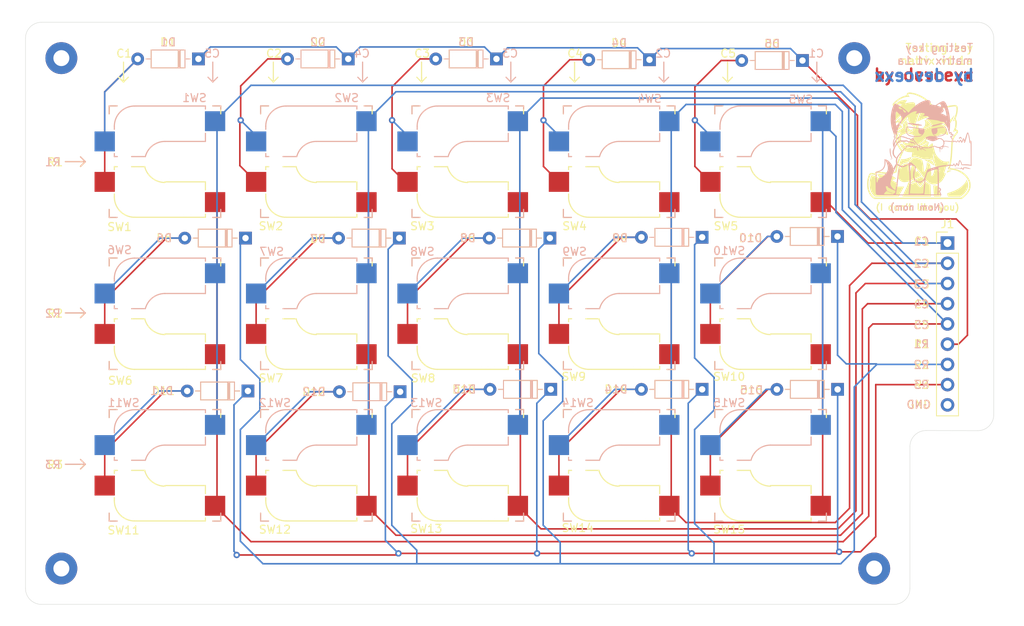
<source format=kicad_pcb>
(kicad_pcb (version 20241229) (generator "pcbnew") (generator_version "9.0")
  (layers (0 "F.Cu" signal) (4 "In1.Cu" signal) (6 "In2.Cu" signal) (2 "B.Cu" signal) (13 "F.Paste" user) (15 "B.Paste" user) (5 "F.SilkS" user "F.Silkscreen") (7 "B.SilkS" user "B.Silkscreen") (1 "F.Mask" user) (3 "B.Mask" user) (25 "Edge.Cuts" user))
  (net 0 "")
  (net 1 "Net-(D1-A)")
  (net 2 "row1")
  (net 3 "Net-(D2-A)")
  (net 4 "Net-(D3-A)")
  (net 5 "Net-(D4-A)")
  (net 6 "Net-(D5-A)")
  (net 7 "row2")
  (net 8 "Net-(D6-A)")
  (net 9 "Net-(D7-A)")
  (net 10 "Net-(D8-A)")
  (net 11 "Net-(D9-A)")
  (net 12 "Net-(D10-A)")
  (net 13 "Net-(D11-A)")
  (net 14 "row3")
  (net 15 "Net-(D12-A)")
  (net 16 "Net-(D13-A)")
  (net 17 "Net-(D14-A)")
  (net 18 "Net-(D15-A)")
  (net 19 "col3")
  (net 20 "col5")
  (net 21 "col1")
  (net 22 "col2")
  (net 23 "col4")
  (net 24 "GND")
  (footprint "TestingSplitKb:D_DO-35_SOD27_P7.62mm_Horizontal_BothSides" (layer "F.Cu") (at 170 37.3 180)
    (property "Reference" "D5")
    (property "Value" "1N4148")
  )
  (footprint "" (layer "F.Cu") (at 77 101.1 90)
    (property "Reference" "")
    (property "Value" "")
  )
  (footprint "TestingSplitKb:Kailh_socket_MX_reversible" (layer "F.Cu") (at 90 88.14)
    (property "Reference" "SW11")
    (property "Value" "SW_Push_Dual")
  )
  (footprint "TestingSplitKb:Kailh_socket_MX_reversible" (layer "F.Cu") (at 166 88.14)
    (property "Reference" "SW15")
    (property "Value" "SW_Push_Dual")
  )
  (footprint "TestingSplitKb:TigerBite" (layer "F.Cu") (at 185.2 48.2)
    (property "Reference" "G***" (hide yes))
    (property "Value" "LOGO" (hide yes))
  )
  (footprint "TestingSplitKb:Kailh_socket_MX_reversible" (layer "F.Cu") (at 90 50)
    (property "Reference" "SW1")
    (property "Value" "SW_Push_Dual")
  )
  (footprint "TestingSplitKb:Kailh_socket_MX_reversible" (layer "F.Cu") (at 166 50)
    (property "Reference" "SW5")
    (property "Value" "SW_Push_Dual")
  )
  (footprint "TestingSplitKb:Kailh_socket_MX_reversible" (layer "F.Cu") (at 109 50)
    (property "Reference" "SW2")
    (property "Value" "SW_Push_Dual")
  )
  (footprint "TestingSplitKb:D_DO-35_SOD27_P7.62mm_Horizontal_BothSides" (layer "F.Cu") (at 100.11 59.6 180)
    (property "Reference" "D6")
    (property "Value" "1N4148")
  )
  (footprint "TestingSplitKb:D_DO-35_SOD27_P7.62mm_Horizontal_BothSides" (layer "F.Cu") (at 119.41 59.6 180)
    (property "Reference" "D7")
    (property "Value" "1N4148")
  )
  (footprint "TestingSplitKb:D_DO-35_SOD27_P7.62mm_Horizontal_BothSides" (layer "F.Cu") (at 157.41 78.6 180)
    (property "Reference" "D14")
    (property "Value" "1N4148")
  )
  (footprint "TestingSplitKb:Kailh_socket_MX_reversible" (layer "F.Cu") (at 147 69.1)
    (property "Reference" "SW9")
    (property "Value" "SW_Push_Dual")
  )
  (footprint "TestingSplitKb:Kailh_socket_MX_reversible" (layer "F.Cu") (at 147 88.14)
    (property "Reference" "SW14")
    (property "Value" "SW_Push_Dual")
  )
  (footprint "TestingSplitKb:D_DO-35_SOD27_P7.62mm_Horizontal_BothSides" (layer "F.Cu") (at 150.8 37.2 180)
    (property "Reference" "D4")
    (property "Value" "1N4148")
  )
  (footprint "TestingSplitKb:D_DO-35_SOD27_P7.62mm_Horizontal_BothSides" (layer "F.Cu") (at 138.3 59.6 180)
    (property "Reference" "D8")
    (property "Value" "1N4148")
  )
  (footprint "TestingSplitKb:Kailh_socket_MX_reversible" (layer "F.Cu") (at 147 50)
    (property "Reference" "SW4")
    (property "Value" "SW_Push_Dual")
  )
  (footprint "TestingSplitKb:Kailh_socket_MX_reversible" (layer "F.Cu") (at 90 69.1)
    (property "Reference" "SW6")
    (property "Value" "SW_Push_Dual")
  )
  (footprint "TestingSplitKb:D_DO-35_SOD27_P7.62mm_Horizontal_BothSides" (layer "F.Cu") (at 157.41 59.5 180)
    (property "Reference" "D9")
    (property "Value" "1N4148")
  )
  (footprint "TestingSplitKb:Kailh_socket_MX_reversible" (layer "F.Cu") (at 128 69.1)
    (property "Reference" "SW8")
    (property "Value" "SW_Push_Dual")
  )
  (footprint "TestingSplitKb:Kailh_socket_MX_reversible" (layer "F.Cu") (at 109 69.1)
    (property "Reference" "SW7")
    (property "Value" "SW_Push_Dual")
  )
  (footprint "" (layer "F.Cu") (at 176.5 37)
    (property "Reference" "")
    (property "Value" "")
  )
  (footprint "TestingSplitKb:Kailh_socket_MX_reversible" (layer "F.Cu") (at 166 69.1)
    (property "Reference" "SW10")
    (property "Value" "SW_Push_Dual")
  )
  (footprint "" (layer "F.Cu") (at 179 101.1 180)
    (property "Reference" "")
    (property "Value" "")
  )
  (footprint "TestingSplitKb:D_DO-35_SOD27_P7.62mm_Horizontal_BothSides" (layer "F.Cu") (at 131.6 37.1 180)
    (property "Reference" "D3")
    (property "Value" "1N4148")
  )
  (footprint "TestingSplitKb:D_DO-35_SOD27_P7.62mm_Horizontal_BothSides" (layer "F.Cu") (at 119.51 78.9 180)
    (property "Reference" "D12")
    (property "Value" "1N4148")
  )
  (footprint "TestingSplitKb:Alasca" (layer "F.Cu") (at 184.6 48)
    (property "Reference" "G***" (hide yes))
    (property "Value" "LOGO" (hide yes))
  )
  (footprint "" (layer "F.Cu") (at 77 37 90)
    (property "Reference" "")
    (property "Value" "")
  )
  (footprint "Connector_PinHeader_2.54mm:PinHeader_1x09_P2.54mm_Vertical" (layer "F.Cu") (at 188.2 60.225)
    (property "Reference" "J1")
    (property "Value" "Conn_01x09_Pin")
  )
  (footprint "TestingSplitKb:Kailh_socket_MX_reversible" (layer "F.Cu") (at 128 88.14)
    (property "Reference" "SW13")
    (property "Value" "SW_Push_Dual")
  )
  (footprint "TestingSplitKb:D_DO-35_SOD27_P7.62mm_Horizontal_BothSides" (layer "F.Cu") (at 100.41 78.8 180)
    (property "Reference" "D11")
    (property "Value" "1N4148")
  )
  (footprint "TestingSplitKb:D_DO-35_SOD27_P7.62mm_Horizontal_BothSides" (layer "F.Cu") (at 94.2 37.1 180)
    (property "Reference" "D1")
    (property "Value" "1N4148")
  )
  (footprint "TestingSplitKb:D_DO-35_SOD27_P7.62mm_Horizontal_BothSides" (layer "F.Cu") (at 174.41 78.6 180)
    (property "Reference" "D15")
    (property "Value" "1N4148")
  )
  (footprint "TestingSplitKb:Kailh_socket_MX_reversible" (layer "F.Cu") (at 109 88.14)
    (property "Reference" "SW12")
    (property "Value" "SW_Push_Dual")
  )
  (footprint "TestingSplitKb:D_DO-35_SOD27_P7.62mm_Horizontal_BothSides" (layer "F.Cu") (at 138.41 78.6 180)
    (property "Reference" "D13")
    (property "Value" "1N4148")
  )
  (footprint "TestingSplitKb:D_DO-35_SOD27_P7.62mm_Horizontal_BothSides" (layer "F.Cu") (at 113 37.1 180)
    (property "Reference" "D2")
    (property "Value" "1N4148")
  )
  (footprint "TestingSplitKb:D_DO-35_SOD27_P7.62mm_Horizontal_BothSides" (layer "F.Cu") (at 174.4 59.4 180)
    (property "Reference" "D10")
    (property "Value" "1N4148")
  )
  (footprint "TestingSplitKb:Kailh_socket_MX_reversible" (layer "F.Cu") (at 128 50)
    (property "Reference" "SW3")
    (property "Value" "SW_Push_Dual")
  )
  (gr_line (start 84.8 37.5) (end 84.8 40) (stroke (width 0.15)) (layer "F.SilkS"))
  (gr_line (start 79.4 69) (end 80 69) (stroke (width 0.15)) (layer "F.SilkS"))
  (gr_line (start 141.4 37.5) (end 141.4 40) (stroke (width 0.15)) (layer "F.SilkS"))
  (gr_line (start 79.4 69) (end 80 69) (stroke (width 0.15)) (layer "F.SilkS"))
  (gr_line (start 84.8 39.4) (end 84.8 40) (stroke (width 0.15)) (layer "F.SilkS"))
  (gr_line (start 141.4 40) (end 142 39.4) (stroke (width 0.15)) (layer "F.SilkS"))
  (gr_line (start 79.4 50) (end 80 50) (stroke (width 0.15)) (layer "F.SilkS"))
  (gr_line (start 141.4 40) (end 140.8 39.4) (stroke (width 0.15)) (layer "F.SilkS"))
  (gr_line (start 84.8 40) (end 84.2 39.4) (stroke (width 0.15)) (layer "F.SilkS"))
  (gr_line (start 121.6 39.4) (end 122.2 40) (stroke (width 0.15)) (layer "F.SilkS"))
  (gr_line (start 79.4 50) (end 80 50) (stroke (width 0.15)) (layer "F.SilkS"))
  (gr_line (start 79.4 50.6) (end 80 50) (stroke (width 0.15)) (layer "F.SilkS"))
  (gr_line (start 79.4 88.6) (end 80 88) (stroke (width 0.15)) (layer "F.SilkS"))
  (gr_line (start 79.4 88) (end 80 88) (stroke (width 0.15)) (layer "F.SilkS"))
  (gr_line (start 79.4 50.6) (end 80 50) (stroke (width 0.15)) (layer "F.SilkS"))
  (gr_line (start 80 50) (end 79.4 50.6) (stroke (width 0.15)) (layer "F.SilkS"))
  (gr_line (start 79.4 69.6) (end 80 69) (stroke (width 0.15)) (layer "F.SilkS"))
  (gr_line (start 79.4 88) (end 80 88) (stroke (width 0.15)) (layer "F.SilkS"))
  (gr_line (start 84.8 39.4) (end 84.8 40) (stroke (width 0.15)) (layer "F.SilkS"))
  (gr_line (start 122.2 40) (end 122.8 39.4) (stroke (width 0.15)) (layer "F.SilkS"))
  (gr_line (start 77.5 69) (end 80 69) (stroke (width 0.15)) (layer "F.SilkS"))
  (gr_line (start 122.2 39.4) (end 122.2 40) (stroke (width 0.15)) (layer "F.SilkS"))
  (gr_line (start 80 88) (end 79.4 88.6) (stroke (width 0.15)) (layer "F.SilkS"))
  (gr_line (start 84.8 40) (end 85.4 39.4) (stroke (width 0.15)) (layer "F.SilkS"))
  (gr_line (start 80 88) (end 79.4 87.4) (stroke (width 0.15)) (layer "F.SilkS"))
  (gr_line (start 80 50) (end 79.4 49.4) (stroke (width 0.15)) (layer "F.SilkS"))
  (gr_line (start 80 50) (end 79.4 50.6) (stroke (width 0.15)) (layer "F.SilkS"))
  (gr_line (start 79.4 50) (end 80 50) (stroke (width 0.15)) (layer "F.SilkS"))
  (gr_line (start 80 69) (end 79.4 68.4) (stroke (width 0.15)) (layer "F.SilkS"))
  (gr_line (start 84.8 40) (end 84.2 39.4) (stroke (width 0.15)) (layer "F.SilkS"))
  (gr_line (start 80 69) (end 79.4 69.6) (stroke (width 0.15)) (layer "F.SilkS"))
  (gr_line (start 80 69) (end 79.4 69.6) (stroke (width 0.15)) (layer "F.SilkS"))
  (gr_line (start 80 50) (end 79.4 50.6) (stroke (width 0.15)) (layer "F.SilkS"))
  (gr_line (start 160 39.4) (end 160.6 40) (stroke (width 0.15)) (layer "F.SilkS"))
  (gr_line (start 103.6 40) (end 104.2 39.4) (stroke (width 0.15)) (layer "F.SilkS"))
  (gr_line (start 77.5 50) (end 80 50) (stroke (width 0.15)) (layer "F.SilkS"))
  (gr_line (start 80 88) (end 79.4 88.6) (stroke (width 0.15)) (layer "F.SilkS"))
  (gr_line (start 84.2 39.4) (end 84.8 40) (stroke (width 0.15)) (layer "F.SilkS"))
  (gr_line (start 160.6 40) (end 161.2 39.4) (stroke (width 0.15)) (layer "F.SilkS"))
  (gr_line (start 103 39.4) (end 103.6 40) (stroke (width 0.15)) (layer "F.SilkS"))
  (gr_line (start 160.6 37.5) (end 160.6 40) (stroke (width 0.15)) (layer "F.SilkS"))
  (gr_line (start 103.6 37.5) (end 103.6 40) (stroke (width 0.15)) (layer "F.SilkS"))
  (gr_line (start 77.5 88) (end 80 88) (stroke (width 0.15)) (layer "F.SilkS"))
  (gr_line (start 79.4 50) (end 80 50) (stroke (width 0.15)) (layer "F.SilkS"))
  (gr_line (start 122.2 37.5) (end 122.2 40) (stroke (width 0.15)) (layer "F.SilkS"))
  (gr_line (start 171.8 37.5) (end 171.8 40) (stroke (width 0.15)) (layer "B.SilkS"))
  (gr_line (start 114.8 40) (end 115.4 39.4) (stroke (width 0.15)) (layer "B.SilkS"))
  (gr_line (start 152 39.4) (end 152.6 40) (stroke (width 0.15)) (layer "B.SilkS"))
  (gr_line (start 114.2 39.4) (end 114.8 40) (stroke (width 0.15)) (layer "B.SilkS"))
  (gr_line (start 80 69) (end 79.4 69.6) (stroke (width 0.15)) (layer "B.SilkS"))
  (gr_line (start 114.8 37.5) (end 114.8 40) (stroke (width 0.15)) (layer "B.SilkS"))
  (gr_line (start 80 69) (end 79.4 68.4) (stroke (width 0.15)) (layer "B.SilkS"))
  (gr_line (start 80 88) (end 79.4 87.4) (stroke (width 0.15)) (layer "B.SilkS"))
  (gr_line (start 77.5 88) (end 80 88) (stroke (width 0.15)) (layer "B.SilkS"))
  (gr_line (start 152.6 37.5) (end 152.6 40) (stroke (width 0.15)) (layer "B.SilkS"))
  (gr_line (start 133.4 37.5) (end 133.4 40) (stroke (width 0.15)) (layer "B.SilkS"))
  (gr_line (start 96 40) (end 96.6 39.4) (stroke (width 0.15)) (layer "B.SilkS"))
  (gr_line (start 80 50) (end 79.4 49.4) (stroke (width 0.15)) (layer "B.SilkS"))
  (gr_line (start 96 37.5) (end 96 40) (stroke (width 0.15)) (layer "B.SilkS"))
  (gr_line (start 95.4 39.4) (end 96 40) (stroke (width 0.15)) (layer "B.SilkS"))
  (gr_line (start 171.8 40) (end 172.4 39.4) (stroke (width 0.15)) (layer "B.SilkS"))
  (gr_line (start 77.5 50) (end 80 50) (stroke (width 0.15)) (layer "B.SilkS"))
  (gr_line (start 80 88) (end 79.4 88.6) (stroke (width 0.15)) (layer "B.SilkS"))
  (gr_line (start 80 50) (end 79.4 50.6) (stroke (width 0.15)) (layer "B.SilkS"))
  (gr_line (start 132.8 39.4) (end 133.4 40) (stroke (width 0.15)) (layer "B.SilkS"))
  (gr_line (start 171.2 39.4) (end 171.8 40) (stroke (width 0.15)) (layer "B.SilkS"))
  (gr_line (start 152.6 40) (end 153.2 39.4) (stroke (width 0.15)) (layer "B.SilkS"))
  (gr_line (start 77.5 69) (end 80 69) (stroke (width 0.15)) (layer "B.SilkS"))
  (gr_line (start 133.4 40) (end 134 39.4) (stroke (width 0.15)) (layer "B.SilkS"))
  (gr_line (start 72.5 34.5) (end 72.500001 103.6) (stroke (width 0.05)) (layer "Edge.Cuts"))
  (gr_line (start 183.485786 85.785788) (end 183.485786 103.6) (stroke (width 0.05)) (layer "Edge.Cuts"))
  (gr_arc (start 183.485786 85.785788) (mid 184.075735 84.361523) (end 185.5 83.771572) (stroke (width 0.05)) (layer "Edge.Cuts"))
  (gr_arc (start 72.5 34.5) (mid 73.085786 33.085786) (end 74.5 32.5) (stroke (width 0.05)) (layer "Edge.Cuts"))
  (gr_line (start 175.5 32.5) (end 192 32.5) (stroke (width 0.05)) (layer "Edge.Cuts"))
  (gr_arc (start 74.5 105.6) (mid 73.085787 105.014214) (end 72.500001 103.600001) (stroke (width 0.05)) (layer "Edge.Cuts"))
  (gr_arc (start 194 81.785786) (mid 193.414214 83.2) (end 192.000001 83.785787) (stroke (width 0.05)) (layer "Edge.Cuts"))
  (gr_line (start 74.5 32.5) (end 175.5 32.5) (stroke (width 0.05)) (layer "Edge.Cuts"))
  (gr_line (start 194 34.5) (end 194 81.785786) (stroke (width 0.05)) (layer "Edge.Cuts"))
  (gr_arc (start 183.485786 103.6) (mid 182.9 105.014214) (end 181.485786 105.6) (stroke (width 0.05)) (layer "Edge.Cuts"))
  (gr_line (start 185.5 83.771572) (end 191.992789 83.785787) (stroke (width 0.05)) (layer "Edge.Cuts"))
  (gr_line (start 74.5 105.6) (end 181.485786 105.6) (stroke (width 0.05)) (layer "Edge.Cuts"))
  (gr_arc (start 192 32.5) (mid 193.414214 33.085786) (end 194.000001 34.499999) (stroke (width 0.05)) (layer "Edge.Cuts"))
  (gr_text "by devcexx" (at 178.8 40 0) (layer "F.Cu") (effects (font (size 1.5 1.5) (thickness 0.3) (bold yes)) (justify left bottom)))
  (gr_text "by devcexx" (at 191.7 38.3 0) (layer "B.Cu") (effects (font (size 1.5 1.5) (thickness 0.3) (bold yes)) (justify left top mirror)))
  (gr_text "R2" (at 75.15 69.65 0) (layer "F.SilkS") (effects (font (size 1 1)) (justify left bottom)))
  (gr_text "R3" (at 75.15 88.65 0) (layer "F.SilkS") (effects (font (size 1 1)) (justify left bottom)))
  (gr_text "Testing key\nmatrix v1.1a" (at 191.5 37.9 0) (layer "F.SilkS") (effects (font (size 1 1)) (justify right bottom)))
  (gr_text "C2" (at 183.9 63.4 0) (layer "F.SilkS") (effects (font (size 1 1)) (justify left bottom)))
  (gr_text "R1" (at 75.15 50.65 0) (layer "F.SilkS") (effects (font (size 1 1)) (justify left bottom)))
  (gr_text "R2" (at 183.9 76.1 0) (layer "F.SilkS") (effects (font (size 1 1)) (justify left bottom)))
  (gr_text "R3" (at 183.9 78.6 0) (layer "F.SilkS") (effects (font (size 1 1)) (justify left bottom)))
  (gr_text "C3" (at 121.2 37 0) (layer "F.SilkS") (effects (font (size 1 1)) (justify left bottom)))
  (gr_text "C1" (at 83.8 37 0) (layer "F.SilkS") (effects (font (size 1 1)) (justify left bottom)))
  (gr_text "C1" (at 183.9 60.6 0) (layer "F.SilkS") (effects (font (size 1 1)) (justify left bottom)))
  (gr_text "C5" (at 159.6 37 0) (layer "F.SilkS") (effects (font (size 1 1)) (justify left bottom)))
  (gr_text "C3" (at 183.9 66 0) (layer "F.SilkS") (effects (font (size 1 1)) (justify left bottom)))
  (gr_text "C4" (at 183.9 68.5 0) (layer "F.SilkS") (effects (font (size 1 1)) (justify left bottom)))
  (gr_text "(I don't like you)" (at 179.1 56.2 0) (layer "F.SilkS") (effects (font (size 0.8 0.8) (thickness 0.15) (bold yes)) (justify left bottom)))
  (gr_text "R1" (at 183.9 73.5 0) (layer "F.SilkS") (effects (font (size 1 1)) (justify left bottom)))
  (gr_text "C5" (at 183.9 71.1 0) (layer "F.SilkS") (effects (font (size 1 1)) (justify left bottom)))
  (gr_text "GND" (at 183 81.1 0) (layer "F.SilkS") (effects (font (size 1 1)) (justify left bottom)))
  (gr_text "C4" (at 140.4 37 0) (layer "F.SilkS") (effects (font (size 1 1)) (justify left bottom)))
  (gr_text "C2" (at 102.6 37 0) (layer "F.SilkS") (effects (font (size 1 1)) (justify left bottom)))
  (gr_text "R1" (at 77 50.65 0) (layer "B.SilkS") (effects (font (size 1 1)) (justify left bottom mirror)))
  (gr_text "GND" (at 186.2 81.1 0) (layer "B.SilkS") (effects (font (size 1 1)) (justify left bottom mirror)))
  (gr_text "C1" (at 172.8 37 0) (layer "B.SilkS") (effects (font (size 1 1)) (justify left bottom mirror)))
  (gr_text "R2" (at 77 69.65 0) (layer "B.SilkS") (effects (font (size 1 1)) (justify left bottom mirror)))
  (gr_text "C5" (at 186 71.1 0) (layer "B.SilkS") (effects (font (size 1 1)) (justify left bottom mirror)))
  (gr_text "(Nom nom)" (at 184.4 56.2 0) (layer "B.SilkS") (effects (font (size 0.8 0.8)) (justify bottom mirror)))
  (gr_text "R3" (at 186 78.6 0) (layer "B.SilkS") (effects (font (size 1 1)) (justify left bottom mirror)))
  (gr_text "C4" (at 186 68.5 0) (layer "B.SilkS") (effects (font (size 1 1)) (justify left bottom mirror)))
  (gr_text "C4" (at 115.8 37 0) (layer "B.SilkS") (effects (font (size 1 1)) (justify left bottom mirror)))
  (gr_text "R1" (at 186 73.5 0) (layer "B.SilkS") (effects (font (size 1 1)) (justify left bottom mirror)))
  (gr_text "R2" (at 186 76.1 0) (layer "B.SilkS") (effects (font (size 1 1)) (justify left bottom mirror)))
  (gr_text "Testing key\nmatrix v1.1a" (at 191.5 37.9 0) (layer "B.SilkS") (effects (font (size 1 1)) (justify left bottom mirror)))
  (gr_text "C3" (at 134.4 37 0) (layer "B.SilkS") (effects (font (size 1 1)) (justify left bottom mirror)))
  (gr_text "C3" (at 186 66 0) (layer "B.SilkS") (effects (font (size 1 1)) (justify left bottom mirror)))
  (gr_text "C2" (at 153.6 37 0) (layer "B.SilkS") (effects (font (size 1 1)) (justify left bottom mirror)))
  (gr_text "C1" (at 186 60.6 0) (layer "B.SilkS") (effects (font (size 1 1)) (justify left bottom mirror)))
  (gr_text "C2" (at 186 63.4 0) (layer "B.SilkS") (effects (font (size 1 1)) (justify left bottom mirror)))
  (gr_text "C5" (at 97 37 0) (layer "B.SilkS") (effects (font (size 1 1)) (justify left bottom mirror)))
  (gr_text "R3" (at 77 88.65 0) (layer "B.SilkS") (effects (font (size 1 1)) (justify left bottom mirror)))
  (segment (start 82.44 41.24) (end 86.58 37.1) (width 0.2) (layer "F.Cu") (net 1))
  (segment (start 82.44 52.54) (end 82.44 41.24) (width 0.2) (layer "F.Cu") (net 1))
  (segment (start 82.44 41.24) (end 86.58 37.1) (width 0.2) (layer "B.Cu") (net 1))
  (segment (start 82.44 47.46) (end 82.44 41.24) (width 0.2) (layer "B.Cu") (net 1))
  (segment (start 176.9 55.6) (end 176.9 44.2) (width 0.2) (layer "F.Cu") (net 2))
  (segment (start 189.575 72.925) (end 190.7 71.8) (width 0.2) (layer "F.Cu") (net 2))
  (segment (start 190.7 71.8) (end 190.7 58.6) (width 0.2) (layer "F.Cu") (net 2))
  (segment (start 176.9 44.2) (end 170 37.3) (width 0.2) (layer "F.Cu") (net 2))
  (segment (start 189.3 57.2) (end 178.5 57.2) (width 0.2) (layer "F.Cu") (net 2))
  (segment (start 190.7 58.6) (end 189.3 57.2) (width 0.2) (layer "F.Cu") (net 2))
  (segment (start 188.2 72.925) (end 189.575 72.925) (width 0.2) (layer "F.Cu") (net 2))
  (segment (start 178.5 57.2) (end 176.9 55.6) (width 0.2) (layer "F.Cu") (net 2))
  (segment (start 149.299 35.699) (end 150.8 37.2) (width 0.2) (layer "B.Cu") (net 2))
  (segment (start 168.499 35.799) (end 170 37.3) (width 0.2) (layer "B.Cu") (net 2))
  (segment (start 133.001 35.699) (end 149.299 35.699) (width 0.2) (layer "B.Cu") (net 2))
  (segment (start 152.201 35.799) (end 168.499 35.799) (width 0.2) (layer "B.Cu") (net 2))
  (segment (start 130.099 35.599) (end 131.6 37.1) (width 0.2) (layer "B.Cu") (net 2))
  (segment (start 113 37.1) (end 114.501 35.599) (width 0.2) (layer "B.Cu") (net 2))
  (segment (start 94.2 37.1) (end 95.701 35.599) (width 0.2) (layer "B.Cu") (net 2))
  (segment (start 131.6 37.1) (end 133.001 35.699) (width 0.2) (layer "B.Cu") (net 2))
  (segment (start 114.501 35.599) (end 130.099 35.599) (width 0.2) (layer "B.Cu") (net 2))
  (segment (start 95.701 35.599) (end 111.499 35.599) (width 0.2) (layer "B.Cu") (net 2))
  (segment (start 111.499 35.599) (end 113 37.1) (width 0.2) (layer "B.Cu") (net 2))
  (segment (start 150.8 37.2) (end 152.201 35.799) (width 0.2) (layer "B.Cu") (net 2))
  (segment (start 99.4 50.5) (end 99.4 44.9) (width 0.2) (layer "F.Cu") (net 3))
  (segment (start 99.4 44.9) (end 99.5 44.8) (width 0.2) (layer "F.Cu") (net 3))
  (segment (start 102.9 37.1) (end 105.38 37.1) (width 0.2) (layer "F.Cu") (net 3))
  (segment (start 99.5 44.8) (end 99.5 40.5) (width 0.2) (layer "F.Cu") (net 3))
  (segment (start 99.5 40.5) (end 102.9 37.1) (width 0.2) (layer "F.Cu") (net 3))
  (segment (start 101.44 52.54) (end 99.4 50.5) (width 0.2) (layer "F.Cu") (net 3))
  (via (at 99.5 44.8) (size 0.8) (drill 0.4) (layers "F.Cu" "B.Cu") (net 3))
  (segment (start 101.44 47.46) (end 101.44 46.74) (width 0.2) (layer "B.Cu") (net 3))
  (segment (start 101.44 46.74) (end 99.5 44.8) (width 0.2) (layer "B.Cu") (net 3))
  (segment (start 122 37.1) (end 123.98 37.1) (width 0.2) (layer "F.Cu") (net 4))
  (segment (start 120.14 52.54) (end 118.5 50.9) (width 0.2) (layer "F.Cu") (net 4))
  (segment (start 120.44 52.54) (end 120.14 52.54) (width 0.2) (layer "F.Cu") (net 4))
  (segment (start 118.5 50.9) (end 118.5 44.8) (width 0.2) (layer "F.Cu") (net 4))
  (segment (start 118.5 40.6) (end 122 37.1) (width 0.2) (layer "F.Cu") (net 4))
  (segment (start 118.5 44.8) (end 118.5 40.6) (width 0.2) (layer "F.Cu") (net 4))
  (via (at 118.5 44.8) (size 0.8) (drill 0.4) (layers "F.Cu" "B.Cu") (net 4))
  (segment (start 120.44 47.46) (end 120.44 46.74) (width 0.2) (layer "B.Cu") (net 4))
  (segment (start 120.44 46.74) (end 118.5 44.8) (width 0.2) (layer "B.Cu") (net 4))
  (segment (start 137.5 40.5) (end 140.8 37.2) (width 0.2) (layer "F.Cu") (net 5))
  (segment (start 137.5 50.6) (end 137.5 44.8) (width 0.2) (layer "F.Cu") (net 5))
  (segment (start 137.5 44.8) (end 137.5 40.5) (width 0.2) (layer "F.Cu") (net 5))
  (segment (start 139.44 52.54) (end 137.5 50.6) (width 0.2) (layer "F.Cu") (net 5))
  (segment (start 140.8 37.2) (end 143.18 37.2) (width 0.2) (layer "F.Cu") (net 5))
  (via (at 137.5 44.8) (size 0.8) (drill 0.4) (layers "F.Cu" "B.Cu") (net 5))
  (segment (start 139.44 47.46) (end 139.44 46.74) (width 0.2) (layer "B.Cu") (net 5))
  (segment (start 139.44 46.74) (end 137.5 44.8) (width 0.2) (layer "B.Cu") (net 5))
  (segment (start 158.44 52.54) (end 156.5 50.6) (width 0.2) (layer "F.Cu") (net 6))
  (segment (start 159.8 37.3) (end 162.38 37.3) (width 0.2) (layer "F.Cu") (net 6))
  (segment (start 156.5 40.6) (end 159.8 37.3) (width 0.2) (layer "F.Cu") (net 6))
  (segment (start 156.5 44.8) (end 156.5 40.6) (width 0.2) (layer "F.Cu") (net 6))
  (segment (start 156.5 50.6) (end 156.5 44.8) (width 0.2) (layer "F.Cu") (net 6))
  (via (at 156.5 44.8) (size 0.8) (drill 0.4) (layers "F.Cu" "B.Cu") (net 6))
  (segment (start 158.44 47.46) (end 158.44 46.74) (width 0.2) (layer "B.Cu") (net 6))
  (segment (start 158.44 46.74) (end 156.5 44.8) (width 0.2) (layer "B.Cu") (net 6))
  (segment (start 99.464 83.649) (end 99.464 97.664) (width 0.2) (layer "B.Cu") (net 7))
  (segment (start 158.9 97.9) (end 158.9 100.501) (width 0.2) (layer "B.Cu") (net 7))
  (segment (start 99.464 60.246) (end 99.464 74.852) (width 0.2) (layer "B.Cu") (net 7))
  (segment (start 179.335 75.465) (end 188.2 75.465) (width 0.2) (layer "B.Cu") (net 7))
  (segment (start 174.4 74.3) (end 175.5 75.4) (width 0.2) (layer "B.Cu") (net 7))
  (segment (start 119.41 59.6) (end 118.009 61.001) (width 0.2) (layer "B.Cu") (net 7))
  (segment (start 139.911 77.099) (end 139.911 80.101) (width 0.2) (layer "B.Cu") (net 7))
  (segment (start 121.011 77.399) (end 121.011 80.401) (width 0.2) (layer "B.Cu") (net 7))
  (segment (start 118.009 74.397) (end 121.011 77.399) (width 0.2) (layer "B.Cu") (net 7))
  (segment (start 156.464 60.446) (end 156.464 74.652) (width 0.2) (layer "B.Cu") (net 7))
  (segment (start 118.464 83) (end 118.464 95.664) (width 0.2) (layer "B.Cu") (net 7))
  (segment (start 100.11 59.6) (end 99.864 59.846) (width 0.2) (layer "B.Cu") (net 7))
  (segment (start 136.909 60.991) (end 136.909 74.097) (width 0.2) (layer "B.Cu") (net 7))
  (segment (start 175.5 75.4) (end 179.27 75.4) (width 0.2) (layer "B.Cu") (net 7))
  (segment (start 118.009 61.001) (end 118.009 74.397) (width 0.2) (layer "B.Cu") (net 7))
  (segment (start 99.464 74.852) (end 101.911 77.299) (width 0.2) (layer "B.Cu") (net 7))
  (segment (start 156.464 83.649) (end 156.464 95.464) (width 0.2) (layer "B.Cu") (net 7))
  (segment (start 139.6 97.8) (end 139.6 100.501) (width 0.2) (layer "B.Cu") (net 7))
  (segment (start 100.11 59.6) (end 99.464 60.246) (width 0.2) (layer "B.Cu") (net 7))
  (segment (start 101.911 77.299) (end 101.911 81.202) (width 0.2) (layer "B.Cu") (net 7))
  (segment (start 139.911 80.101) (end 137.464 82.548) (width 0.2) (layer "B.Cu") (net 7))
  (segment (start 121.011 80.401) (end 118.464 82.948) (width 0.2) (layer "B.Cu") (net 7))
  (segment (start 118.464 82.948) (end 118.464 83) (width 0.2) (layer "B.Cu") (net 7))
  (segment (start 118.464 95.664) (end 121.6 98.8) (width 0.2) (layer "B.Cu") (net 7))
  (segment (start 174.799 100.501) (end 176.5 98.8) (width 0.2) (layer "B.Cu") (net 7))
  (segment (start 156.464 95.464) (end 158.9 97.9) (width 0.2) (layer "B.Cu") (net 7))
  (segment (start 121.6 100.501) (end 139.6 100.501) (width 0.2) (layer "B.Cu") (net 7))
  (segment (start 99.464 97.664) (end 102.301 100.501) (width 0.2) (layer "B.Cu") (net 7))
  (segment (start 139.6 100.501) (end 158.9 100.501) (width 0.2) (layer "B.Cu") (net 7))
  (segment (start 158.911 77.099) (end 158.911 81.202) (width 0.2) (layer "B.Cu") (net 7))
  (segment (start 137.464 95.664) (end 139.6 97.8) (width 0.2) (layer "B.Cu") (net 7))
  (segment (start 176.5 78.3) (end 179.335 75.465) (width 0.2) (layer "B.Cu") (net 7))
  (segment (start 158.911 81.202) (end 156.464 83.649) (width 0.2) (layer "B.Cu") (net 7))
  (segment (start 158.9 100.501) (end 174.799 100.501) (width 0.2) (layer "B.Cu") (net 7))
  (segment (start 156.464 74.652) (end 158.911 77.099) (width 0.2) (layer "B.Cu") (net 7))
  (segment (start 138.3 59.6) (end 136.909 60.991) (width 0.2) (layer "B.Cu") (net 7))
  (segment (start 121.6 98.8) (end 121.6 100.501) (width 0.2) (layer "B.Cu") (net 7))
  (segment (start 101.911 81.202) (end 99.464 83.649) (width 0.2) (layer "B.Cu") (net 7))
  (segment (start 136.909 74.097) (end 139.911 77.099) (width 0.2) (layer "B.Cu") (net 7))
  (segment (start 102.301 100.501) (end 121.6 100.501) (width 0.2) (layer "B.Cu") (net 7))
  (segment (start 137.464 82.548) (end 137.464 95.664) (width 0.2) (layer "B.Cu") (net 7))
  (segment (start 176.5 98.8) (end 176.5 78.3) (width 0.2) (layer "B.Cu") (net 7))
  (segment (start 174.4 59.4) (end 174.4 74.3) (width 0.2) (layer "B.Cu") (net 7))
  (segment (start 157.41 59.5) (end 156.464 60.446) (width 0.2) (layer "B.Cu") (net 7))
  (segment (start 179.27 75.4) (end 179.335 75.465) (width 0.2) (layer "B.Cu") (net 7))
  (segment (start 119.41 59.6) (end 118.864 60.146) (width 0.2) (layer "B.Cu") (net 7))
  (segment (start 82.44 67.338737) (end 90.178737 59.6) (width 0.2) (layer "F.Cu") (net 8))
  (segment (start 90.178737 59.6) (end 92.49 59.6) (width 0.2) (layer "F.Cu") (net 8))
  (segment (start 82.44 71.64) (end 82.44 67.338737) (width 0.2) (layer "F.Cu") (net 8))
  (segment (start 82.44 66.56) (end 89.4 59.6) (width 0.2) (layer "B.Cu") (net 8))
  (segment (start 89.4 59.6) (end 92.49 59.6) (width 0.2) (layer "B.Cu") (net 8))
  (segment (start 109.178737 59.6) (end 111.79 59.6) (width 0.2) (layer "F.Cu") (net 9))
  (segment (start 101.44 71.64) (end 101.44 67.338737) (width 0.2) (layer "F.Cu") (net 9))
  (segment (start 101.44 67.338737) (end 109.178737 59.6) (width 0.2) (layer "F.Cu") (net 9))
  (segment (start 108.4 59.6) (end 111.79 59.6) (width 0.2) (layer "B.Cu") (net 9))
  (segment (start 101.44 66.56) (end 108.4 59.6) (width 0.2) (layer "B.Cu") (net 9))
  (segment (start 120.44 71.64) (end 120.44 67.338737) (width 0.2) (layer "F.Cu") (net 10))
  (segment (start 128.178737 59.6) (end 130.68 59.6) (width 0.2) (layer "F.Cu") (net 10))
  (segment (start 120.44 67.338737) (end 128.178737 59.6) (width 0.2) (layer "F.Cu") (net 10))
  (segment (start 127.4 59.6) (end 130.68 59.6) (width 0.2) (layer "B.Cu") (net 10))
  (segment (start 120.44 66.56) (end 127.4 59.6) (width 0.2) (layer "B.Cu") (net 10))
  (segment (start 147.278737 59.5) (end 149.79 59.5) (width 0.2) (layer "F.Cu") (net 11))
  (segment (start 139.44 71.64) (end 139.44 67.338737) (width 0.2) (layer "F.Cu") (net 11))
  (segment (start 139.44 67.338737) (end 147.278737 59.5) (width 0.2) (layer "F.Cu") (net 11))
  (segment (start 139.44 66.56) (end 146.5 59.5) (width 0.2) (layer "B.Cu") (net 11))
  (segment (start 146.5 59.5) (end 149.79 59.5) (width 0.2) (layer "B.Cu") (net 11))
  (segment (start 158.44 71.64) (end 158.44 66.60863) (width 0.2) (layer "F.Cu") (net 12))
  (segment (start 165.64863 59.4) (end 166.78 59.4) (width 0.2) (layer "F.Cu") (net 12))
  (segment (start 158.44 66.60863) (end 165.64863 59.4) (width 0.2) (layer "F.Cu") (net 12))
  (segment (start 158.44 66.56) (end 165.6 59.4) (width 0.2) (layer "B.Cu") (net 12))
  (segment (start 165.6 59.4) (end 166.78 59.4) (width 0.2) (layer "B.Cu") (net 12))
  (segment (start 90.018737 78.8) (end 92.79 78.8) (width 0.2) (layer "F.Cu") (net 13))
  (segment (start 82.44 86.378737) (end 90.018737 78.8) (width 0.2) (layer "F.Cu") (net 13))
  (segment (start 82.44 90.68) (end 82.44 86.378737) (width 0.2) (layer "F.Cu") (net 13))
  (segment (start 82.44 85.6) (end 89.24 78.8) (width 0.2) (layer "B.Cu") (net 13))
  (segment (start 89.24 78.8) (end 92.79 78.8) (width 0.2) (layer "B.Cu") (net 13))
  (segment (start 177.280209 99) (end 179.195 97.085209) (width 0.2) (layer "F.Cu") (net 14))
  (segment (start 179.195 78.005) (end 188.2 78.005) (width 0.2) (layer "F.Cu") (net 14))
  (segment (start 156.1 99.2) (end 174.4 99.2) (width 0.2) (layer "F.Cu") (net 14))
  (segment (start 119.3 99.2) (end 136.7 99.2) (width 0.2) (layer "F.Cu") (net 14))
  (segment (start 174.6 99) (end 177.280209 99) (width 0.2) (layer "F.Cu") (net 14))
  (segment (start 119.1 99.4) (end 119.3 99.2) (width 0.2) (layer "F.Cu") (net 14))
  (segment (start 174.4 99.2) (end 174.6 99) (width 0.2) (layer "F.Cu") (net 14))
  (segment (start 136.7 99.2) (end 156.1 99.2) (width 0.2) (layer "F.Cu") (net 14))
  (segment (start 179.195 97.085209) (end 179.195 78.005) (width 0.2) (layer "F.Cu") (net 14))
  (segment (start 99 99.4) (end 119.1 99.4) (width 0.2) (layer "F.Cu") (net 14))
  (via (at 99 99.4) (size 0.8) (drill 0.4) (layers "F.Cu" "B.Cu") (net 14))
  (via (at 156.1 99.2) (size 0.8) (drill 0.4) (layers "F.Cu" "B.Cu") (net 14))
  (via (at 119.3 99.2) (size 0.8) (drill 0.4) (layers "F.Cu" "B.Cu") (net 14))
  (via (at 174.6 99) (size 0.8) (drill 0.4) (layers "F.Cu" "B.Cu") (net 14))
  (via (at 136.7 99.2) (size 0.8) (drill 0.4) (layers "F.Cu" "B.Cu") (net 14))
  (segment (start 99 99.274) (end 99 99.4) (width 0.2) (layer "B.Cu") (net 14))
  (segment (start 117.663 80.747) (end 117.663 97.563) (width 0.2) (layer "B.Cu") (net 14))
  (segment (start 119.51 78.9) (end 117.663 80.747) (width 0.2) (layer "B.Cu") (net 14))
  (segment (start 98.663 80.547) (end 100.41 78.8) (width 0.2) (layer "B.Cu") (net 14))
  (segment (start 136.663 99.163) (end 136.7 99.2) (width 0.2) (layer "B.Cu") (net 14))
  (segment (start 138.41 78.6) (end 136.663 80.347) (width 0.2) (layer "B.Cu") (net 14))
  (segment (start 117.663 97.563) (end 119.3 99.2) (width 0.2) (layer "B.Cu") (net 14))
  (segment (start 136.663 80.347) (end 136.663 99.163) (width 0.2) (layer "B.Cu") (net 14))
  (segment (start 155.663 98.763) (end 156.1 99.2) (width 0.2) (layer "B.Cu") (net 14))
  (segment (start 98.663 98.937) (end 98.663 80.547) (width 0.2) (layer "B.Cu") (net 14))
  (segment (start 100.41 78.8) (end 100.4 78.8) (width 0.2) (layer "B.Cu") (net 14))
  (segment (start 174.41 78.6) (end 174.41 98.81) (width 0.2) (layer "B.Cu") (net 14))
  (segment (start 98.663 98.937) (end 99 99.274) (width 0.2) (layer "B.Cu") (net 14))
  (segment (start 155.663 80.347) (end 155.663 98.763) (width 0.2) (layer "B.Cu") (net 14))
  (segment (start 157.41 78.6) (end 155.663 80.347) (width 0.2) (layer "B.Cu") (net 14))
  (segment (start 174.41 98.81) (end 174.6 99) (width 0.2) (layer "B.Cu") (net 14))
  (segment (start 108.918737 78.9) (end 111.89 78.9) (width 0.2) (layer "F.Cu") (net 15))
  (segment (start 101.44 90.68) (end 101.44 86.378737) (width 0.2) (layer "F.Cu") (net 15))
  (segment (start 101.44 86.378737) (end 108.918737 78.9) (width 0.2) (layer "F.Cu") (net 15))
  (segment (start 108.14 78.9) (end 111.89 78.9) (width 0.2) (layer "B.Cu") (net 15))
  (segment (start 101.44 85.6) (end 108.14 78.9) (width 0.2) (layer "B.Cu") (net 15))
  (segment (start 128.218737 78.6) (end 130.59 78.6) (width 0.2) (layer "F.Cu") (net 16))
  (segment (start 120.44 90.68) (end 120.44 86.378737) (width 0.2) (layer "F.Cu") (net 16))
  (segment (start 120.44 86.378737) (end 128.218737 78.6) (width 0.2) (layer "F.Cu") (net 16))
  (segment (start 120.44 85.6) (end 127.44 78.6) (width 0.2) (layer "B.Cu") (net 16))
  (segment (start 127.44 78.6) (end 130.59 78.6) (width 0.2) (layer "B.Cu") (net 16))
  (segment (start 139.44 86.378737) (end 147.218737 78.6) (width 0.2) (layer "F.Cu") (net 17))
  (segment (start 139.44 90.68) (end 139.44 86.378737) (width 0.2) (layer "F.Cu") (net 17))
  (segment (start 147.218737 78.6) (end 149.79 78.6) (width 0.2) (layer "F.Cu") (net 17))
  (segment (start 146.44 78.6) (end 149.79 78.6) (width 0.2) (layer "B.Cu") (net 17))
  (segment (start 139.44 85.6) (end 146.44 78.6) (width 0.2) (layer "B.Cu") (net 17))
  (segment (start 165.65863 78.6) (end 166.79 78.6) (width 0.2) (layer "F.Cu") (net 18))
  (segment (start 158.44 90.68) (end 158.44 85.81863) (width 0.2) (layer "F.Cu") (net 18))
  (segment (start 158.44 85.81863) (end 165.65863 78.6) (width 0.2) (layer "F.Cu") (net 18))
  (segment (start 158.44 85.6) (end 165.44 78.6) (width 0.2) (layer "B.Cu") (net 18))
  (segment (start 165.44 78.6) (end 166.79 78.6) (width 0.2) (layer "B.Cu") (net 18))
  (segment (start 176.712 66.488) (end 176.712 93.857786) (width 0.2) (layer "F.Cu") (net 19))
  (segment (start 134.5319 55.3219) (end 134.5319 73.9381) (width 0.2) (layer "F.Cu") (net 19))
  (segment (start 137.192 96.122) (end 134.29 93.22) (width 0.2) (layer "F.Cu") (net 19))
  (segment (start 177.895 65.305) (end 176.712 66.488) (width 0.2) (layer "F.Cu") (net 19))
  (segment (start 176.712 93.857786) (end 174.447785 96.122) (width 0.2) (layer "F.Cu") (net 19))
  (segment (start 134.5319 73.9381) (end 134.29 74.18) (width 0.2) (layer "F.Cu") (net 19))
  (segment (start 174.447785 96.122) (end 137.192 96.122) (width 0.2) (layer "F.Cu") (net 19))
  (segment (start 188.2 65.305) (end 177.895 65.305) (width 0.2) (layer "F.Cu") (net 19))
  (segment (start 134.6 74.49) (end 134.6 92.91) (width 0.2) (layer "F.Cu") (net 19))
  (segment (start 134.29 74.18) (end 134.6 74.49) (width 0.2) (layer "F.Cu") (net 19))
  (segment (start 185.385572 65.305) (end 175.802 55.721428) (width 0.2) (layer "B.Cu") (net 19))
  (segment (start 175.802 43.372214) (end 174.447785 42.018) (width 0.2) (layer "B.Cu") (net 19))
  (segment (start 175.802 55.721428) (end 175.802 43.372214) (width 0.2) (layer "B.Cu") (net 19))
  (segment (start 188.2 65.305) (end 185.385572 65.305) (width 0.2) (layer "B.Cu") (net 19))
  (segment (start 174.447785 42.018) (end 137.192 42.018) (width 0.2) (layer "B.Cu") (net 19))
  (segment (start 137.192 42.018) (end 134.29 44.92) (width 0.2) (layer "B.Cu") (net 19))
  (segment (start 134.5319 63.7781) (end 134.29 64.02) (width 0.2) (layer "B.Cu") (net 19))
  (segment (start 134.29 64.02) (end 134.5319 64.2619) (width 0.2) (layer "B.Cu") (net 19))
  (segment (start 134.5319 64.2619) (end 134.5319 82.8181) (width 0.2) (layer "B.Cu") (net 19))
  (segment (start 134.5319 82.8181) (end 134.29 83.06) (width 0.2) (layer "B.Cu") (net 19))
  (segment (start 134.5319 45.1619) (end 134.5319 63.7781) (width 0.2) (layer "B.Cu") (net 19))
  (segment (start 96.5319 74.4219) (end 96.5319 92.9781) (width 0.2) (layer "F.Cu") (net 20))
  (segment (start 100.794 97.724) (end 96.29 93.22) (width 0.2) (layer "F.Cu") (net 20))
  (segment (start 178.313998 94.521358) (end 175.111355 97.724) (width 0.2) (layer "F.Cu") (net 20))
  (segment (start 96.29 74.18) (end 96.5319 74.4219) (width 0.2) (layer "F.Cu") (net 20))
  (segment (start 188.2 70.385) (end 178.829 70.385) (width 0.2) (layer "F.Cu") (net 20))
  (segment (start 96.5319 92.9781) (end 96.29 93.22) (width 0.2) (layer "F.Cu") (net 20))
  (segment (start 175.111355 97.724) (end 100.794 97.724) (width 0.2) (layer "F.Cu") (net 20))
  (segment (start 96.5319 73.9381) (end 96.29 74.18) (width 0.2) (layer "F.Cu") (net 20))
  (segment (start 178.829 70.385) (end 178.314 70.9) (width 0.2) (layer "F.Cu") (net 20))
  (segment (start 96.5319 55.3219) (end 96.5319 73.9381) (width 0.2) (layer "F.Cu") (net 20))
  (segment (start 178.314 70.9) (end 178.313998 94.521358) (width 0.2) (layer "F.Cu") (net 20))
  (segment (start 172.29 64.02) (end 172.5319 64.2619) (width 0.2) (layer "B.Cu") (net 20))
  (segment (start 188.2 70.385) (end 174.2 56.385) (width 0.2) (layer "B.Cu") (net 20))
  (segment (start 172.5319 45.1619) (end 172.5319 63.7781) (width 0.2) (layer "B.Cu") (net 20))
  (segment (start 172.5319 82.8181) (end 172.29 83.06) (width 0.2) (layer "B.Cu") (net 20))
  (segment (start 174.2 46.83) (end 172.29 44.92) (width 0.2) (layer "B.Cu") (net 20))
  (segment (start 172.5319 64.2619) (end 172.5319 82.8181) (width 0.2) (layer "B.Cu") (net 20))
  (segment (start 174.2 56.385) (end 174.2 46.83) (width 0.2) (layer "B.Cu") (net 20))
  (segment (start 172.5319 63.7781) (end 172.29 64.02) (width 0.2) (layer "B.Cu") (net 20))
  (segment (start 188.2 60.225) (end 178.227 60.225) (width 0.2) (layer "F.Cu") (net 21))
  (segment (start 172.5319 73.9381) (end 172.29 74.18) (width 0.2) (layer "F.Cu") (net 21))
  (segment (start 172.5319 92.9781) (end 172.29 93.22) (width 0.2) (layer "F.Cu") (net 21))
  (segment (start 172.29 74.18) (end 172.5319 74.4219) (width 0.2) (layer "F.Cu") (net 21))
  (segment (start 172.29 55.08) (end 172.5319 55.3219) (width 0.2) (layer "F.Cu") (net 21))
  (segment (start 173.082 55.08) (end 172.29 55.08) (width 0.2) (layer "F.Cu") (net 21))
  (segment (start 178.227 60.225) (end 173.082 55.08) (width 0.2) (layer "F.Cu") (net 21))
  (segment (start 172.5319 74.4219) (end 172.5319 92.9781) (width 0.2) (layer "F.Cu") (net 21))
  (segment (start 172.5319 55.3219) (end 172.5319 73.9381) (width 0.2) (layer "F.Cu") (net 21))
  (segment (start 177.404 42.708642) (end 175.111357 40.416) (width 0.2) (layer "B.Cu") (net 21))
  (segment (start 96.5319 82.8181) (end 96.29 83.06) (width 0.2) (layer "B.Cu") (net 21))
  (segment (start 96.5319 45.1619) (end 96.5319 63.7781) (width 0.2) (layer "B.Cu") (net 21))
  (segment (start 96.29 44.92) (end 96.5319 45.1619) (width 0.2) (layer "B.Cu") (net 21))
  (segment (start 100.794 40.416) (end 96.29 44.92) (width 0.2) (layer "B.Cu") (net 21))
  (segment (start 177.404 55.057856) (end 177.404 42.708642) (width 0.2) (layer "B.Cu") (net 21))
  (segment (start 175.111357 40.416) (end 100.794 40.416) (width 0.2) (layer "B.Cu") (net 21))
  (segment (start 182.571144 60.225) (end 177.404 55.057856) (width 0.2) (layer "B.Cu") (net 21))
  (segment (start 96.29 64.02) (end 96.5319 64.2619) (width 0.2) (layer "B.Cu") (net 21))
  (segment (start 96.5319 64.2619) (end 96.5319 82.8181) (width 0.2) (layer "B.Cu") (net 21))
  (segment (start 188.2 60.225) (end 182.571144 60.225) (width 0.2) (layer "B.Cu") (net 21))
  (segment (start 96.5319 63.7781) (end 96.29 64.02) (width 0.2) (layer "B.Cu") (net 21))
  (segment (start 153.5319 73.9381) (end 153.5319 55.3219) (width 0.2) (layer "F.Cu") (net 22))
  (segment (start 155.391 95.321) (end 153.29 93.22) (width 0.2) (layer "F.Cu") (net 22))
  (segment (start 188.2 62.765) (end 178.702215 62.765) (width 0.2) (layer "F.Cu") (net 22))
  (segment (start 153.5319 92.9781) (end 153.5319 74.4219) (width 0.2) (layer "F.Cu") (net 22))
  (segment (start 175.911 93.526) (end 174.116 95.321) (width 0.2) (layer "F.Cu") (net 22))
  (segment (start 153.29 74.18) (end 153.5319 73.9381) (width 0.2) (layer "F.Cu") (net 22))
  (segment (start 175.911 65.556215) (end 175.911 93.526) (width 0.2) (layer "F.Cu") (net 22))
  (segment (start 178.702215 62.765) (end 175.911 65.556215) (width 0.2) (layer "F.Cu") (net 22))
  (segment (start 153.5319 74.4219) (end 153.29 74.18) (width 0.2) (layer "F.Cu") (net 22))
  (segment (start 174.116 95.321) (end 155.391 95.321) (width 0.2) (layer "F.Cu") (net 22))
  (segment (start 118.993 41.217) (end 115.29 44.92) (width 0.2) (layer "B.Cu") (net 22))
  (segment (start 174.779572 41.217) (end 118.993 41.217) (width 0.2) (layer "B.Cu") (net 22))
  (segment (start 115.5319 64.2619) (end 115.5319 82.8181) (width 0.2) (layer "B.Cu") (net 22))
  (segment (start 115.29 64.02) (end 115.5319 64.2619) (width 0.2) (layer "B.Cu") (net 22))
  (segment (start 183.978358 62.765) (end 176.603 55.389642) (width 0.2) (layer "B.Cu") (net 22))
  (segment (start 115.5319 82.8181) (end 115.29 83.06) (width 0.2) (layer "B.Cu") (net 22))
  (segment (start 115.29 44.92) (end 115.5319 45.1619) (width 0.2) (layer "B.Cu") (net 22))
  (segment (start 176.603 55.389642) (end 176.603 43.040428) (width 0.2) (layer "B.Cu") (net 22))
  (segment (start 188.2 62.765) (end 183.978358 62.765) (width 0.2) (layer "B.Cu") (net 22))
  (segment (start 176.603 43.040428) (end 174.779572 41.217) (width 0.2) (layer "B.Cu") (net 22))
  (segment (start 115.5319 63.7781) (end 115.29 64.02) (width 0.2) (layer "B.Cu") (net 22))
  (segment (start 115.5319 45.1619) (end 115.5319 63.7781) (width 0.2) (layer "B.Cu") (net 22))
  (segment (start 115.6 92.91) (end 115.6 74.49) (width 0.2) (layer "F.Cu") (net 23))
  (segment (start 178.168 67.845) (end 177.513 68.5) (width 0.2) (layer "F.Cu") (net 23))
  (segment (start 177.512999 94.189572) (end 174.77957 96.923) (width 0.2) (layer "F.Cu") (net 23))
  (segment (start 115.5319 55.3219) (end 115.5319 73.9381) (width 0.2) (layer "F.Cu") (net 23))
  (segment (start 174.77957 96.923) (end 118.993 96.923) (width 0.2) (layer "F.Cu") (net 23))
  (segment (start 188.2 67.845) (end 178.168 67.845) (width 0.2) (layer "F.Cu") (net 23))
  (segment (start 177.513 68.5) (end 177.512999 94.189572) (width 0.2) (layer "F.Cu") (net 23))
  (segment (start 115.5319 73.9381) (end 115.29 74.18) (width 0.2) (layer "F.Cu") (net 23))
  (segment (start 118.993 96.923) (end 115.29 93.22) (width 0.2) (layer "F.Cu") (net 23))
  (segment (start 115.6 74.49) (end 115.29 74.18) (width 0.2) (layer "F.Cu") (net 23))
  (segment (start 153.5319 63.7781) (end 153.29 64.02) (width 0.2) (layer "B.Cu") (net 23))
  (segment (start 175.001 56.053214) (end 175.001 43.704) (width 0.2) (layer "B.Cu") (net 23))
  (segment (start 153.5319 64.2619) (end 153.5319 82.8181) (width 0.2) (layer "B.Cu") (net 23))
  (segment (start 153.5319 45.1619) (end 153.5319 63.7781) (width 0.2) (layer "B.Cu") (net 23))
  (segment (start 153.29 64.02) (end 153.5319 64.2619) (width 0.2) (layer "B.Cu") (net 23))
  (segment (start 174.116 42.819) (end 155.391 42.819) (width 0.2) (layer "B.Cu") (net 23))
  (segment (start 153.5319 82.8181) (end 153.29 83.06) (width 0.2) (layer "B.Cu") (net 23))
  (segment (start 188.2 67.845) (end 186.792786 67.845) (width 0.2) (layer "B.Cu") (net 23))
  (segment (start 186.792786 67.845) (end 175.001 56.053214) (width 0.2) (layer "B.Cu") (net 23))
  (segment (start 155.391 42.819) (end 153.29 44.92) (width 0.2) (layer "B.Cu") (net 23))
  (segment (start 175.001 43.704) (end 174.116 42.819) (width 0.2) (layer "B.Cu") (net 23))
)
</source>
